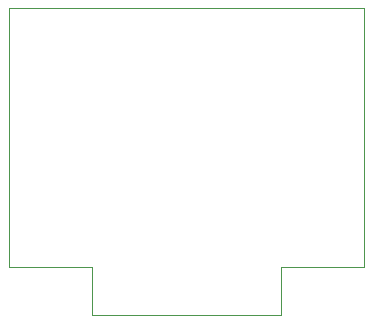
<source format=gm1>
G04 #@! TF.GenerationSoftware,KiCad,Pcbnew,9.0.4*
G04 #@! TF.CreationDate,2025-08-28T22:57:06-04:00*
G04 #@! TF.ProjectId,PowerSupply,506f7765-7253-4757-9070-6c792e6b6963,rev?*
G04 #@! TF.SameCoordinates,Original*
G04 #@! TF.FileFunction,Profile,NP*
%FSLAX46Y46*%
G04 Gerber Fmt 4.6, Leading zero omitted, Abs format (unit mm)*
G04 Created by KiCad (PCBNEW 9.0.4) date 2025-08-28 22:57:06*
%MOMM*%
%LPD*%
G01*
G04 APERTURE LIST*
G04 #@! TA.AperFunction,Profile*
%ADD10C,0.100000*%
G04 #@! TD*
G04 APERTURE END LIST*
D10*
X110000000Y-93000000D02*
X103000000Y-93000000D01*
X103000000Y-97000000D01*
X87000000Y-97000000D01*
X87000000Y-93000000D01*
X80000000Y-93000000D01*
X80000000Y-71000000D01*
X110000000Y-71000000D01*
X110000000Y-93000000D01*
M02*

</source>
